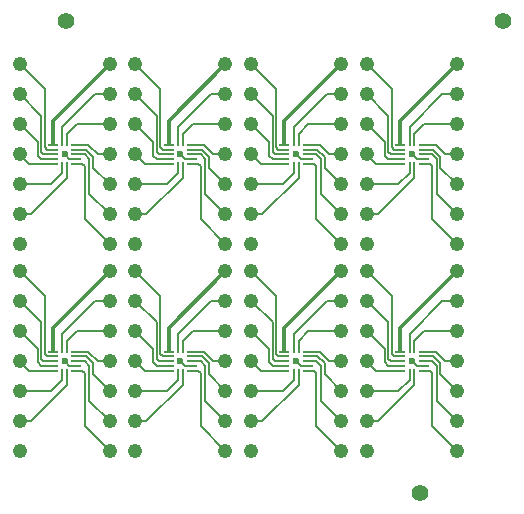
<source format=gtl>
G75*
%MOIN*%
%OFA0B0*%
%FSLAX25Y25*%
%IPPOS*%
%LPD*%
%AMOC8*
5,1,8,0,0,1.08239X$1,22.5*
%
%ADD10R,0.03543X0.00827*%
%ADD11R,0.00827X0.03543*%
%ADD12C,0.04800*%
%ADD13C,0.01181*%
%ADD14C,0.00591*%
%ADD15C,0.02362*%
%ADD16C,0.05600*%
D10*
X0059696Y0051787D03*
X0059696Y0053362D03*
X0059696Y0054937D03*
X0059696Y0056512D03*
X0059696Y0058087D03*
X0067570Y0058087D03*
X0067570Y0056512D03*
X0067570Y0054937D03*
X0067570Y0053362D03*
X0067570Y0051787D03*
X0098279Y0051787D03*
X0098279Y0053362D03*
X0098279Y0054937D03*
X0098279Y0056512D03*
X0098279Y0058087D03*
X0106153Y0058087D03*
X0106153Y0056512D03*
X0106153Y0054937D03*
X0106153Y0053362D03*
X0106153Y0051787D03*
X0136861Y0051787D03*
X0136861Y0053362D03*
X0136861Y0054937D03*
X0136861Y0056512D03*
X0136861Y0058087D03*
X0144735Y0058087D03*
X0144735Y0056512D03*
X0144735Y0054937D03*
X0144735Y0053362D03*
X0144735Y0051787D03*
X0175444Y0051787D03*
X0175444Y0053362D03*
X0175444Y0054937D03*
X0175444Y0056512D03*
X0175444Y0058087D03*
X0183318Y0058087D03*
X0183318Y0056512D03*
X0183318Y0054937D03*
X0183318Y0053362D03*
X0183318Y0051787D03*
X0183318Y0120685D03*
X0183318Y0122260D03*
X0183318Y0123835D03*
X0183318Y0125409D03*
X0183318Y0126984D03*
X0175444Y0126984D03*
X0175444Y0125409D03*
X0175444Y0123835D03*
X0175444Y0122260D03*
X0175444Y0120685D03*
X0144735Y0120685D03*
X0144735Y0122260D03*
X0144735Y0123835D03*
X0144735Y0125409D03*
X0144735Y0126984D03*
X0136861Y0126984D03*
X0136861Y0125409D03*
X0136861Y0123835D03*
X0136861Y0122260D03*
X0136861Y0120685D03*
X0106153Y0120685D03*
X0106153Y0122260D03*
X0106153Y0123835D03*
X0106153Y0125409D03*
X0106153Y0126984D03*
X0098279Y0126984D03*
X0098279Y0125409D03*
X0098279Y0123835D03*
X0098279Y0122260D03*
X0098279Y0120685D03*
X0067570Y0120685D03*
X0067570Y0122260D03*
X0067570Y0123835D03*
X0067570Y0125409D03*
X0067570Y0126984D03*
X0059696Y0126984D03*
X0059696Y0125409D03*
X0059696Y0123835D03*
X0059696Y0122260D03*
X0059696Y0120685D03*
D11*
X0062846Y0119504D03*
X0064420Y0119504D03*
X0064420Y0128165D03*
X0062846Y0128165D03*
X0101428Y0128165D03*
X0103003Y0128165D03*
X0103003Y0119504D03*
X0101428Y0119504D03*
X0140011Y0119504D03*
X0141586Y0119504D03*
X0141586Y0128165D03*
X0140011Y0128165D03*
X0178594Y0128165D03*
X0180168Y0128165D03*
X0180168Y0119504D03*
X0178594Y0119504D03*
X0178594Y0059268D03*
X0180168Y0059268D03*
X0180168Y0050606D03*
X0178594Y0050606D03*
X0141586Y0050606D03*
X0140011Y0050606D03*
X0140011Y0059268D03*
X0141586Y0059268D03*
X0103003Y0059268D03*
X0101428Y0059268D03*
X0101428Y0050606D03*
X0103003Y0050606D03*
X0064420Y0050606D03*
X0062846Y0050606D03*
X0062846Y0059268D03*
X0064420Y0059268D03*
D12*
X0048633Y0024937D03*
X0048633Y0034937D03*
X0048633Y0044937D03*
X0048633Y0054937D03*
X0048633Y0064937D03*
X0048633Y0074937D03*
X0048633Y0084937D03*
X0048633Y0093835D03*
X0048633Y0103835D03*
X0048633Y0113835D03*
X0048633Y0123835D03*
X0048633Y0133835D03*
X0048633Y0143835D03*
X0048633Y0153835D03*
X0078633Y0153835D03*
X0087216Y0153835D03*
X0087216Y0143835D03*
X0078633Y0143835D03*
X0078633Y0133835D03*
X0087216Y0133835D03*
X0087216Y0123835D03*
X0078633Y0123835D03*
X0078633Y0113835D03*
X0087216Y0113835D03*
X0087216Y0103835D03*
X0078633Y0103835D03*
X0078633Y0093835D03*
X0087216Y0093835D03*
X0087216Y0084937D03*
X0078633Y0084937D03*
X0078633Y0074937D03*
X0087216Y0074937D03*
X0087216Y0064937D03*
X0078633Y0064937D03*
X0078633Y0054937D03*
X0087216Y0054937D03*
X0087216Y0044937D03*
X0078633Y0044937D03*
X0078633Y0034937D03*
X0087216Y0034937D03*
X0087216Y0024937D03*
X0078633Y0024937D03*
X0117216Y0024937D03*
X0125798Y0024937D03*
X0125798Y0034937D03*
X0117216Y0034937D03*
X0117216Y0044937D03*
X0125798Y0044937D03*
X0125798Y0054937D03*
X0117216Y0054937D03*
X0117216Y0064937D03*
X0125798Y0064937D03*
X0125798Y0074937D03*
X0117216Y0074937D03*
X0117216Y0084937D03*
X0125798Y0084937D03*
X0125798Y0093835D03*
X0117216Y0093835D03*
X0117216Y0103835D03*
X0125798Y0103835D03*
X0125798Y0113835D03*
X0117216Y0113835D03*
X0117216Y0123835D03*
X0125798Y0123835D03*
X0125798Y0133835D03*
X0117216Y0133835D03*
X0117216Y0143835D03*
X0125798Y0143835D03*
X0125798Y0153835D03*
X0117216Y0153835D03*
X0155798Y0153835D03*
X0164381Y0153835D03*
X0164381Y0143835D03*
X0155798Y0143835D03*
X0155798Y0133835D03*
X0164381Y0133835D03*
X0164381Y0123835D03*
X0155798Y0123835D03*
X0155798Y0113835D03*
X0164381Y0113835D03*
X0164381Y0103835D03*
X0155798Y0103835D03*
X0155798Y0093835D03*
X0164381Y0093835D03*
X0164381Y0084937D03*
X0155798Y0084937D03*
X0155798Y0074937D03*
X0164381Y0074937D03*
X0164381Y0064937D03*
X0155798Y0064937D03*
X0155798Y0054937D03*
X0164381Y0054937D03*
X0164381Y0044937D03*
X0155798Y0044937D03*
X0155798Y0034937D03*
X0164381Y0034937D03*
X0164381Y0024937D03*
X0155798Y0024937D03*
X0194381Y0024937D03*
X0194381Y0034937D03*
X0194381Y0044937D03*
X0194381Y0054937D03*
X0194381Y0064937D03*
X0194381Y0074937D03*
X0194381Y0084937D03*
X0194381Y0093835D03*
X0194381Y0103835D03*
X0194381Y0113835D03*
X0194381Y0123835D03*
X0194381Y0133835D03*
X0194381Y0143835D03*
X0194381Y0153835D03*
D13*
X0175444Y0134898D01*
X0175444Y0127378D01*
X0155798Y0153835D02*
X0136861Y0134898D01*
X0136861Y0127378D01*
X0117216Y0153835D02*
X0098279Y0134898D01*
X0098279Y0127378D01*
X0078633Y0153835D02*
X0059696Y0134898D01*
X0059696Y0127378D01*
X0078633Y0084937D02*
X0059696Y0066000D01*
X0059696Y0058480D01*
X0098279Y0058480D02*
X0098279Y0066000D01*
X0117216Y0084937D01*
X0136861Y0066000D02*
X0155798Y0084937D01*
X0136861Y0066000D02*
X0136861Y0058480D01*
X0175444Y0058480D02*
X0175444Y0066000D01*
X0194381Y0084937D01*
D14*
X0194381Y0093835D02*
X0186074Y0102142D01*
X0186074Y0119898D01*
X0185287Y0120685D01*
X0183318Y0120685D01*
X0183318Y0122260D02*
X0180956Y0122260D01*
X0179381Y0123835D01*
X0175444Y0123835D02*
X0172294Y0123835D01*
X0171507Y0124622D01*
X0171507Y0136709D01*
X0164381Y0143835D01*
X0155798Y0143835D02*
X0150956Y0143835D01*
X0140011Y0132890D01*
X0140011Y0128165D01*
X0141586Y0128165D02*
X0141586Y0130528D01*
X0144893Y0133835D01*
X0155798Y0133835D01*
X0164381Y0133835D02*
X0170326Y0127890D01*
X0170326Y0123441D01*
X0171507Y0122260D01*
X0175444Y0122260D01*
X0175444Y0120685D02*
X0167531Y0120685D01*
X0164381Y0123835D01*
X0155798Y0123835D02*
X0151822Y0123835D01*
X0148672Y0126984D01*
X0144735Y0126984D01*
X0144735Y0125409D02*
X0147885Y0125409D01*
X0150247Y0123047D01*
X0150247Y0119386D01*
X0155798Y0113835D01*
X0164381Y0113835D02*
X0174893Y0113835D01*
X0178594Y0117535D01*
X0178594Y0119504D01*
X0180168Y0119504D02*
X0180168Y0115961D01*
X0168042Y0103835D01*
X0164381Y0103835D01*
X0155798Y0103835D02*
X0149066Y0110567D01*
X0149066Y0122260D01*
X0147491Y0123835D01*
X0144735Y0123835D01*
X0144735Y0122260D02*
X0142373Y0122260D01*
X0140798Y0123835D01*
X0136861Y0123835D02*
X0133712Y0123835D01*
X0132924Y0124622D01*
X0132924Y0136709D01*
X0125798Y0143835D01*
X0134105Y0145528D02*
X0134105Y0126197D01*
X0134893Y0125409D01*
X0136861Y0125409D01*
X0136861Y0126984D02*
X0136861Y0127378D01*
X0131743Y0127890D02*
X0131743Y0123441D01*
X0132924Y0122260D01*
X0136861Y0122260D01*
X0136861Y0120685D02*
X0128948Y0120685D01*
X0125798Y0123835D01*
X0131743Y0127890D02*
X0125798Y0133835D01*
X0117216Y0133835D02*
X0106310Y0133835D01*
X0103003Y0130528D01*
X0103003Y0128165D01*
X0101428Y0128165D02*
X0101428Y0132890D01*
X0112373Y0143835D01*
X0117216Y0143835D01*
X0125798Y0153835D02*
X0134105Y0145528D01*
X0113239Y0123835D02*
X0110090Y0126984D01*
X0106153Y0126984D01*
X0106153Y0125409D02*
X0109302Y0125409D01*
X0111665Y0123047D01*
X0111665Y0119386D01*
X0117216Y0113835D01*
X0110483Y0110567D02*
X0117216Y0103835D01*
X0108909Y0102142D02*
X0117216Y0093835D01*
X0108909Y0102142D02*
X0108909Y0119898D01*
X0108121Y0120685D01*
X0106153Y0120685D01*
X0106153Y0122260D02*
X0103790Y0122260D01*
X0102216Y0123835D01*
X0098279Y0123835D02*
X0095129Y0123835D01*
X0094342Y0124622D01*
X0094342Y0136709D01*
X0087216Y0143835D01*
X0095523Y0145528D02*
X0095523Y0126197D01*
X0096310Y0125409D01*
X0098279Y0125409D01*
X0098279Y0126984D02*
X0098279Y0127378D01*
X0098279Y0122260D02*
X0094342Y0122260D01*
X0093161Y0123441D01*
X0093161Y0127890D01*
X0087216Y0133835D01*
X0078633Y0133835D02*
X0067727Y0133835D01*
X0064420Y0130528D01*
X0064420Y0128165D01*
X0062846Y0128165D02*
X0062846Y0132890D01*
X0073790Y0143835D01*
X0078633Y0143835D01*
X0087216Y0153835D02*
X0095523Y0145528D01*
X0074657Y0123835D02*
X0071507Y0126984D01*
X0067570Y0126984D01*
X0067570Y0125409D02*
X0070720Y0125409D01*
X0073082Y0123047D01*
X0073082Y0119386D01*
X0078633Y0113835D01*
X0071901Y0110567D02*
X0078633Y0103835D01*
X0070326Y0102142D02*
X0078633Y0093835D01*
X0070326Y0102142D02*
X0070326Y0119898D01*
X0069539Y0120685D01*
X0067570Y0120685D01*
X0067570Y0122260D02*
X0065208Y0122260D01*
X0063633Y0123835D01*
X0059696Y0123835D02*
X0056546Y0123835D01*
X0055759Y0124622D01*
X0055759Y0136709D01*
X0048633Y0143835D01*
X0056940Y0145528D02*
X0056940Y0126197D01*
X0057727Y0125409D01*
X0059696Y0125409D01*
X0059696Y0126984D02*
X0059696Y0127378D01*
X0054578Y0127890D02*
X0054578Y0123441D01*
X0055759Y0122260D01*
X0059696Y0122260D01*
X0059696Y0120685D02*
X0051783Y0120685D01*
X0048633Y0123835D01*
X0054578Y0127890D02*
X0048633Y0133835D01*
X0056940Y0145528D02*
X0048633Y0153835D01*
X0067570Y0123835D02*
X0070326Y0123835D01*
X0071901Y0122260D01*
X0071901Y0110567D01*
X0064420Y0115961D02*
X0052294Y0103835D01*
X0048633Y0103835D01*
X0048633Y0113835D02*
X0059145Y0113835D01*
X0062846Y0117535D01*
X0062846Y0119504D01*
X0064420Y0119504D02*
X0064420Y0115961D01*
X0074657Y0123835D02*
X0078633Y0123835D01*
X0087216Y0123835D02*
X0090365Y0120685D01*
X0098279Y0120685D01*
X0101428Y0119504D02*
X0101428Y0117535D01*
X0097727Y0113835D01*
X0087216Y0113835D01*
X0087216Y0103835D02*
X0090877Y0103835D01*
X0103003Y0115961D01*
X0103003Y0119504D01*
X0106153Y0123835D02*
X0108909Y0123835D01*
X0110483Y0122260D01*
X0110483Y0110567D01*
X0125798Y0113835D02*
X0136310Y0113835D01*
X0140011Y0117535D01*
X0140011Y0119504D01*
X0141586Y0119504D02*
X0141586Y0115961D01*
X0129460Y0103835D01*
X0125798Y0103835D01*
X0125798Y0084937D02*
X0134105Y0076630D01*
X0134105Y0057299D01*
X0134893Y0056512D01*
X0136861Y0056512D01*
X0136861Y0058087D02*
X0136861Y0058480D01*
X0140011Y0059268D02*
X0140011Y0063992D01*
X0150956Y0074937D01*
X0155798Y0074937D01*
X0164381Y0074937D02*
X0171507Y0067811D01*
X0171507Y0055724D01*
X0172294Y0054937D01*
X0175444Y0054937D01*
X0175444Y0053362D02*
X0171507Y0053362D01*
X0170326Y0054543D01*
X0170326Y0058992D01*
X0164381Y0064937D01*
X0155798Y0064937D02*
X0144893Y0064937D01*
X0141586Y0061630D01*
X0141586Y0059268D01*
X0144735Y0058087D02*
X0148672Y0058087D01*
X0151822Y0054937D01*
X0155798Y0054937D01*
X0150247Y0054150D02*
X0150247Y0050488D01*
X0155798Y0044937D01*
X0164381Y0044937D02*
X0174893Y0044937D01*
X0178594Y0048638D01*
X0178594Y0050606D01*
X0180168Y0050606D02*
X0180168Y0047063D01*
X0168042Y0034937D01*
X0164381Y0034937D01*
X0155798Y0034937D02*
X0149066Y0041669D01*
X0149066Y0053362D01*
X0147491Y0054937D01*
X0144735Y0054937D01*
X0144735Y0053362D02*
X0142373Y0053362D01*
X0140798Y0054937D01*
X0136861Y0054937D02*
X0133712Y0054937D01*
X0132924Y0055724D01*
X0132924Y0067811D01*
X0125798Y0074937D01*
X0117216Y0074937D02*
X0112373Y0074937D01*
X0101428Y0063992D01*
X0101428Y0059268D01*
X0103003Y0059268D02*
X0103003Y0061630D01*
X0106310Y0064937D01*
X0117216Y0064937D01*
X0125798Y0064937D02*
X0131743Y0058992D01*
X0131743Y0054543D01*
X0132924Y0053362D01*
X0136861Y0053362D01*
X0136861Y0051787D02*
X0128948Y0051787D01*
X0125798Y0054937D01*
X0117216Y0054937D02*
X0113239Y0054937D01*
X0110090Y0058087D01*
X0106153Y0058087D01*
X0106153Y0056512D02*
X0109302Y0056512D01*
X0111665Y0054150D01*
X0111665Y0050488D01*
X0117216Y0044937D01*
X0110483Y0041669D02*
X0117216Y0034937D01*
X0108909Y0033244D02*
X0117216Y0024937D01*
X0108909Y0033244D02*
X0108909Y0051000D01*
X0108121Y0051787D01*
X0106153Y0051787D01*
X0106153Y0053362D02*
X0103790Y0053362D01*
X0102216Y0054937D01*
X0098279Y0054937D02*
X0095129Y0054937D01*
X0094342Y0055724D01*
X0094342Y0067811D01*
X0087216Y0074937D01*
X0095523Y0076630D02*
X0095523Y0057299D01*
X0096310Y0056512D01*
X0098279Y0056512D01*
X0098279Y0058087D02*
X0098279Y0058480D01*
X0098279Y0053362D02*
X0094342Y0053362D01*
X0093161Y0054543D01*
X0093161Y0058992D01*
X0087216Y0064937D01*
X0078633Y0064937D02*
X0067727Y0064937D01*
X0064420Y0061630D01*
X0064420Y0059268D01*
X0062846Y0059268D02*
X0062846Y0063992D01*
X0073790Y0074937D01*
X0078633Y0074937D01*
X0087216Y0084937D02*
X0095523Y0076630D01*
X0074657Y0054937D02*
X0071507Y0058087D01*
X0067570Y0058087D01*
X0067570Y0056512D02*
X0070720Y0056512D01*
X0073082Y0054150D01*
X0073082Y0050488D01*
X0078633Y0044937D01*
X0071901Y0041669D02*
X0078633Y0034937D01*
X0070326Y0033244D02*
X0078633Y0024937D01*
X0070326Y0033244D02*
X0070326Y0051000D01*
X0069539Y0051787D01*
X0067570Y0051787D01*
X0067570Y0053362D02*
X0065208Y0053362D01*
X0063633Y0054937D01*
X0059696Y0054937D02*
X0056546Y0054937D01*
X0055759Y0055724D01*
X0055759Y0067811D01*
X0048633Y0074937D01*
X0056940Y0076630D02*
X0056940Y0057299D01*
X0057727Y0056512D01*
X0059696Y0056512D01*
X0059696Y0058087D02*
X0059696Y0058480D01*
X0054578Y0058992D02*
X0054578Y0054543D01*
X0055759Y0053362D01*
X0059696Y0053362D01*
X0059696Y0051787D02*
X0051783Y0051787D01*
X0048633Y0054937D01*
X0054578Y0058992D02*
X0048633Y0064937D01*
X0056940Y0076630D02*
X0048633Y0084937D01*
X0067570Y0054937D02*
X0070326Y0054937D01*
X0071901Y0053362D01*
X0071901Y0041669D01*
X0064420Y0047063D02*
X0052294Y0034937D01*
X0048633Y0034937D01*
X0048633Y0044937D02*
X0059145Y0044937D01*
X0062846Y0048638D01*
X0062846Y0050606D01*
X0064420Y0050606D02*
X0064420Y0047063D01*
X0074657Y0054937D02*
X0078633Y0054937D01*
X0087216Y0054937D02*
X0090365Y0051787D01*
X0098279Y0051787D01*
X0101428Y0050606D02*
X0101428Y0048638D01*
X0097727Y0044937D01*
X0087216Y0044937D01*
X0087216Y0034937D02*
X0090877Y0034937D01*
X0103003Y0047063D01*
X0103003Y0050606D01*
X0106153Y0054937D02*
X0108909Y0054937D01*
X0110483Y0053362D01*
X0110483Y0041669D01*
X0125798Y0044937D02*
X0136310Y0044937D01*
X0140011Y0048638D01*
X0140011Y0050606D01*
X0141586Y0050606D02*
X0141586Y0047063D01*
X0129460Y0034937D01*
X0125798Y0034937D01*
X0144735Y0051787D02*
X0146704Y0051787D01*
X0147491Y0051000D01*
X0147491Y0033244D01*
X0155798Y0024937D01*
X0186074Y0033244D02*
X0194381Y0024937D01*
X0186074Y0033244D02*
X0186074Y0051000D01*
X0185287Y0051787D01*
X0183318Y0051787D01*
X0183318Y0053362D02*
X0180956Y0053362D01*
X0179381Y0054937D01*
X0183318Y0054937D02*
X0186074Y0054937D01*
X0187649Y0053362D01*
X0187649Y0041669D01*
X0194381Y0034937D01*
X0194381Y0044937D02*
X0188830Y0050488D01*
X0188830Y0054150D01*
X0186468Y0056512D01*
X0183318Y0056512D01*
X0183318Y0058087D02*
X0187255Y0058087D01*
X0190405Y0054937D01*
X0194381Y0054937D01*
X0194381Y0064937D02*
X0183476Y0064937D01*
X0180168Y0061630D01*
X0180168Y0059268D01*
X0178594Y0059268D02*
X0178594Y0063992D01*
X0189539Y0074937D01*
X0194381Y0074937D01*
X0175444Y0058480D02*
X0175444Y0058087D01*
X0175444Y0056512D02*
X0173476Y0056512D01*
X0172688Y0057299D01*
X0172688Y0076630D01*
X0164381Y0084937D01*
X0155798Y0093835D02*
X0147491Y0102142D01*
X0147491Y0119898D01*
X0146704Y0120685D01*
X0144735Y0120685D01*
X0172688Y0126197D02*
X0173476Y0125409D01*
X0175444Y0125409D01*
X0175444Y0126984D02*
X0175444Y0127378D01*
X0172688Y0126197D02*
X0172688Y0145528D01*
X0164381Y0153835D01*
X0178594Y0132890D02*
X0178594Y0128165D01*
X0180168Y0128165D02*
X0180168Y0130528D01*
X0183476Y0133835D01*
X0194381Y0133835D01*
X0187255Y0126984D02*
X0190405Y0123835D01*
X0194381Y0123835D01*
X0188830Y0123047D02*
X0188830Y0119386D01*
X0194381Y0113835D01*
X0187649Y0110567D02*
X0194381Y0103835D01*
X0187649Y0110567D02*
X0187649Y0122260D01*
X0186074Y0123835D01*
X0183318Y0123835D01*
X0183318Y0125409D02*
X0186468Y0125409D01*
X0188830Y0123047D01*
X0187255Y0126984D02*
X0183318Y0126984D01*
X0178594Y0132890D02*
X0189539Y0143835D01*
X0194381Y0143835D01*
X0117216Y0123835D02*
X0113239Y0123835D01*
X0144735Y0056512D02*
X0147885Y0056512D01*
X0150247Y0054150D01*
X0164381Y0054937D02*
X0167531Y0051787D01*
X0175444Y0051787D01*
D15*
X0179381Y0054937D03*
X0140798Y0054937D03*
X0102216Y0054937D03*
X0063633Y0054937D03*
X0063633Y0123835D03*
X0102216Y0123835D03*
X0140798Y0123835D03*
X0179381Y0123835D03*
D16*
X0209696Y0168323D03*
X0064027Y0168323D03*
X0182137Y0010843D03*
M02*

</source>
